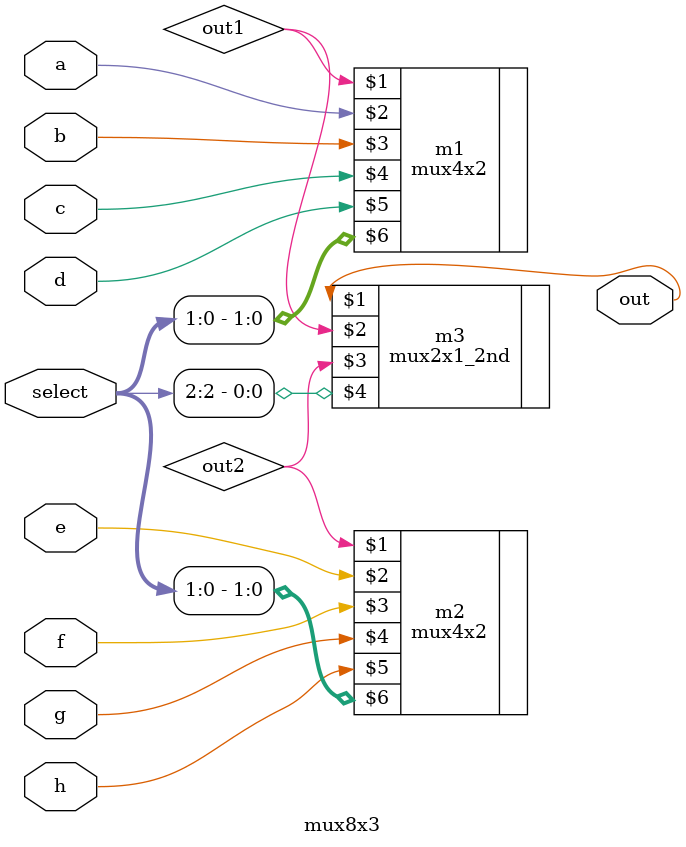
<source format=v>
`include "mux4x2.v"
module mux8x3(out, a, b, c, d, e, f, g, h, select);
    input a, b, c, d, e, f, g, h;
    input [2:0] select;
    output out; 
    wire out1,out2;

    mux4x2 m1(out1,a,b,c,d,select[1:0]);
    mux4x2 m2(out2,e,f,g,h,select[1:0]);
    mux2x1_2nd m3(out,out1,out2,select[2]);
    

    endmodule
</source>
